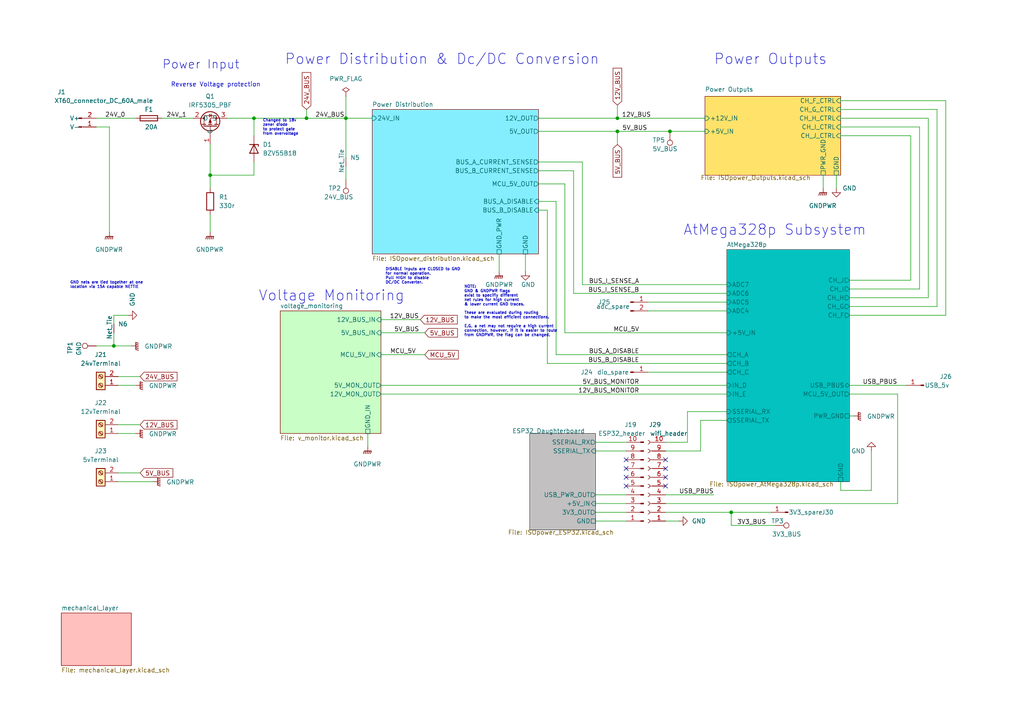
<source format=kicad_sch>
(kicad_sch (version 20211123) (generator eeschema)
  (paper "A4")
  (lib_symbols
    (symbol "000_Connectors_Immo:XT60_connector_DC_60A_male" (pin_names (offset 1.016))
      (property "Reference" "J?" (at 1.27 6.35 0))
      (property "Value" "XT60_connector_DC_60A_male" (at 8.89 3.81 0))
      (symbol "XT60_connector_DC_60A_male_1_1"
        (polyline (pts (xy 1.27 -2.54) (xy 0.8636 -2.54)) (stroke (width 0.1524)))
        (polyline (pts (xy 1.27 0) (xy 0.8636 0)) (stroke (width 0.1524)))
        (rectangle (start 0.8636 -2.413) (end 0 -2.667) (stroke (width 0.1524)) (fill (type outline)))
        (rectangle (start 0.8636 0.127) (end 0 -0.127) (stroke (width 0.1524)) (fill (type outline)))
        (pin passive line (at 5.08 0 180) (length 3.81) (name "V-") (number "1"))
        (pin passive line (at 5.08 -2.54 180) (length 3.81) (name "V+") (number "2"))
      )
    )
    (symbol "000_MOSFET_Immo:IRF5305_PBF"
      (property "Reference" "Q?" (at 0 10.16 90))
      (property "Value" "IRF5305_PBF" (at 5.08 8.89 90))
      (symbol "IRF5305_PBF_0_1"
        (polyline (pts (xy 0.254 0) (xy -2.54 0)))
        (polyline (pts (xy 0.254 1.905) (xy 0.254 -1.905)) (stroke (width 0.254)))
        (polyline (pts (xy 0.762 -1.27) (xy 0.762 -2.286)) (stroke (width 0.254)))
        (polyline (pts (xy 0.762 0.508) (xy 0.762 -0.508)) (stroke (width 0.254)))
        (polyline (pts (xy 0.762 2.286) (xy 0.762 1.27)) (stroke (width 0.254)))
        (polyline (pts (xy 2.54 2.54) (xy 2.54 1.778)))
        (polyline (pts (xy 2.54 -2.54) (xy 2.54 0) (xy 0.762 0)))
        (polyline (pts (xy 0.762 1.778) (xy 3.302 1.778) (xy 3.302 -1.778) (xy 0.762 -1.778)))
        (polyline (pts (xy 2.286 0) (xy 1.27 0.381) (xy 1.27 -0.381) (xy 2.286 0)) (fill (type outline)))
        (polyline (pts (xy 2.794 -0.508) (xy 2.921 -0.381) (xy 3.683 -0.381) (xy 3.81 -0.254)))
        (polyline (pts (xy 3.302 -0.381) (xy 2.921 0.254) (xy 3.683 0.254) (xy 3.302 -0.381)))
        (circle (center 1.651 0) (radius 2.794) (stroke (width 0.254)))
        (circle (center 2.54 -1.778) (radius 0.254) (fill (type outline)))
        (circle (center 2.54 1.778) (radius 0.254) (fill (type outline)))
      )
      (symbol "IRF5305_PBF_1_1"
        (pin input line (at -5.08 0 0) (length 2.54) (name "G") (number "1"))
        (pin passive line (at 2.54 5.08 270) (length 2.54) (name "D") (number "2"))
        (pin passive line (at 2.54 -5.08 90) (length 2.54) (name "S") (number "3"))
      )
    )
    (symbol "000_Pin_Headers_Immo:Conn_01x01_Male" (pin_names (offset 1.016) hide)
      (property "Reference" "J" (at 0 2.54 0))
      (property "Value" "Conn_01x01_Male" (at 0 -2.54 0))
      (symbol "Conn_01x01_Male_1_1"
        (polyline (pts (xy 1.27 0) (xy 0.8636 0)) (stroke (width 0.1524)))
        (rectangle (start 0.8636 0.127) (end 0 -0.127) (stroke (width 0.1524)) (fill (type outline)))
        (pin passive line (at 5.08 0 180) (length 3.81) (name "Pin_1") (number "1"))
      )
    )
    (symbol "000_Pin_Headers_Immo:Conn_01x02_Male" (pin_names (offset 1.016) hide)
      (property "Reference" "J" (at 0 2.54 0))
      (property "Value" "Conn_01x02_Male" (at 0 -5.08 0))
      (symbol "Conn_01x02_Male_1_1"
        (polyline (pts (xy 1.27 -2.54) (xy 0.8636 -2.54)) (stroke (width 0.1524)))
        (polyline (pts (xy 1.27 0) (xy 0.8636 0)) (stroke (width 0.1524)))
        (rectangle (start 0.8636 -2.413) (end 0 -2.667) (stroke (width 0.1524)) (fill (type outline)))
        (rectangle (start 0.8636 0.127) (end 0 -0.127) (stroke (width 0.1524)) (fill (type outline)))
        (pin passive line (at 5.08 0 180) (length 3.81) (name "Pin_1") (number "1"))
        (pin passive line (at 5.08 -2.54 180) (length 3.81) (name "Pin_2") (number "2"))
      )
    )
    (symbol "000_Protection_Immo:Fuse" (pin_numbers hide) (pin_names (offset 0))
      (property "Reference" "F" (at 2.032 0 90))
      (property "Value" "Fuse" (at -1.905 0 90))
      (symbol "Fuse_0_1"
        (rectangle (start -0.762 -2.54) (end 0.762 2.54) (stroke (width 0.254)))
        (polyline (pts (xy 0 2.54) (xy 0 -2.54)))
      )
      (symbol "Fuse_1_1"
        (pin passive line (at 0 3.81 270) (length 1.27) (name "~") (number "1"))
        (pin passive line (at 0 -3.81 90) (length 1.27) (name "~") (number "2"))
      )
    )
    (symbol "000_Resistors_Immo:Resistor_0805" (pin_numbers hide) (pin_names (offset 0))
      (property "Reference" "R?" (at 2.54 1.2701 0))
      (property "Value" "Resistor_0805" (at 2.54 -1.2699 0))
      (symbol "Resistor_0805_0_1"
        (rectangle (start -1.016 -2.54) (end 1.016 2.54) (stroke (width 0.254)))
      )
      (symbol "Resistor_0805_1_1"
        (pin passive line (at 0 3.81 270) (length 1.27) (name "~") (number "1"))
        (pin passive line (at 0 -3.81 90) (length 1.27) (name "~") (number "2"))
      )
    )
    (symbol "000_Utility_Immo:Net_Tie" (pin_numbers hide) (pin_names (offset 0) hide) (in_bom no)
      (property "Reference" "N" (at 0 5.08 0))
      (property "Value" "Net_Tie" (at 0 2.794 0))
      (symbol "Net_Tie_1_1"
        (pin passive line (at -1.27 0 0) (length 1.27) (name "A") (number "1"))
        (pin passive line (at 1.27 0 180) (length 1.27) (name "C") (number "2"))
      )
    )
    (symbol "000_Utility_Immo:pwr_tie" (pin_numbers hide) (pin_names (offset 0) hide) (in_bom no)
      (property "Reference" "N" (at 0 5.08 0))
      (property "Value" "pwr_tie" (at 0 2.794 0))
      (symbol "pwr_tie_1_1"
        (pin passive line (at -1.27 0 0) (length 1.27) (name "A") (number "1"))
        (pin passive line (at 1.27 0 180) (length 1.27) (name "C") (number "2"))
      )
    )
    (symbol "Connector:Conn_01x10_Female" (pin_names (offset 1.016) hide)
      (property "Reference" "J" (at 0 12.7 0))
      (property "Value" "Conn_01x10_Female" (at 0 -15.24 0))
      (symbol "Conn_01x10_Female_1_1"
        (arc (start 0 -12.192) (mid -0.508 -12.7) (end 0 -13.208) (stroke (width 0.1524)))
        (arc (start 0 -9.652) (mid -0.508 -10.16) (end 0 -10.668) (stroke (width 0.1524)))
        (arc (start 0 -7.112) (mid -0.508 -7.62) (end 0 -8.128) (stroke (width 0.1524)))
        (arc (start 0 -4.572) (mid -0.508 -5.08) (end 0 -5.588) (stroke (width 0.1524)))
        (arc (start 0 -2.032) (mid -0.508 -2.54) (end 0 -3.048) (stroke (width 0.1524)))
        (polyline (pts (xy -1.27 -12.7) (xy -0.508 -12.7)) (stroke (width 0.1524)))
        (polyline (pts (xy -1.27 -10.16) (xy -0.508 -10.16)) (stroke (width 0.1524)))
        (polyline (pts (xy -1.27 -7.62) (xy -0.508 -7.62)) (stroke (width 0.1524)))
        (polyline (pts (xy -1.27 -5.08) (xy -0.508 -5.08)) (stroke (width 0.1524)))
        (polyline (pts (xy -1.27 -2.54) (xy -0.508 -2.54)) (stroke (width 0.1524)))
        (polyline (pts (xy -1.27 0) (xy -0.508 0)) (stroke (width 0.1524)))
        (polyline (pts (xy -1.27 2.54) (xy -0.508 2.54)) (stroke (width 0.1524)))
        (polyline (pts (xy -1.27 5.08) (xy -0.508 5.08)) (stroke (width 0.1524)))
        (polyline (pts (xy -1.27 7.62) (xy -0.508 7.62)) (stroke (width 0.1524)))
        (polyline (pts (xy -1.27 10.16) (xy -0.508 10.16)) (stroke (width 0.1524)))
        (arc (start 0 0.508) (mid -0.508 0) (end 0 -0.508) (stroke (width 0.1524)))
        (arc (start 0 3.048) (mid -0.508 2.54) (end 0 2.032) (stroke (width 0.1524)))
        (arc (start 0 5.588) (mid -0.508 5.08) (end 0 4.572) (stroke (width 0.1524)))
        (arc (start 0 8.128) (mid -0.508 7.62) (end 0 7.112) (stroke (width 0.1524)))
        (arc (start 0 10.668) (mid -0.508 10.16) (end 0 9.652) (stroke (width 0.1524)))
        (pin passive line (at -5.08 10.16 0) (length 3.81) (name "Pin_1") (number "1"))
        (pin passive line (at -5.08 -12.7 0) (length 3.81) (name "Pin_10") (number "10"))
        (pin passive line (at -5.08 7.62 0) (length 3.81) (name "Pin_2") (number "2"))
        (pin passive line (at -5.08 5.08 0) (length 3.81) (name "Pin_3") (number "3"))
        (pin passive line (at -5.08 2.54 0) (length 3.81) (name "Pin_4") (number "4"))
        (pin passive line (at -5.08 0 0) (length 3.81) (name "Pin_5") (number "5"))
        (pin passive line (at -5.08 -2.54 0) (length 3.81) (name "Pin_6") (number "6"))
        (pin passive line (at -5.08 -5.08 0) (length 3.81) (name "Pin_7") (number "7"))
        (pin passive line (at -5.08 -7.62 0) (length 3.81) (name "Pin_8") (number "8"))
        (pin passive line (at -5.08 -10.16 0) (length 3.81) (name "Pin_9") (number "9"))
      )
    )
    (symbol "Connector:Conn_01x10_Male" (pin_names (offset 1.016) hide)
      (property "Reference" "J" (at 0 12.7 0))
      (property "Value" "Conn_01x10_Male" (at 0 -15.24 0))
      (symbol "Conn_01x10_Male_1_1"
        (polyline (pts (xy 1.27 -12.7) (xy 0.8636 -12.7)) (stroke (width 0.1524)))
        (polyline (pts (xy 1.27 -10.16) (xy 0.8636 -10.16)) (stroke (width 0.1524)))
        (polyline (pts (xy 1.27 -7.62) (xy 0.8636 -7.62)) (stroke (width 0.1524)))
        (polyline (pts (xy 1.27 -5.08) (xy 0.8636 -5.08)) (stroke (width 0.1524)))
        (polyline (pts (xy 1.27 -2.54) (xy 0.8636 -2.54)) (stroke (width 0.1524)))
        (polyline (pts (xy 1.27 0) (xy 0.8636 0)) (stroke (width 0.1524)))
        (polyline (pts (xy 1.27 2.54) (xy 0.8636 2.54)) (stroke (width 0.1524)))
        (polyline (pts (xy 1.27 5.08) (xy 0.8636 5.08)) (stroke (width 0.1524)))
        (polyline (pts (xy 1.27 7.62) (xy 0.8636 7.62)) (stroke (width 0.1524)))
        (polyline (pts (xy 1.27 10.16) (xy 0.8636 10.16)) (stroke (width 0.1524)))
        (rectangle (start 0.8636 -12.573) (end 0 -12.827) (stroke (width 0.1524)) (fill (type outline)))
        (rectangle (start 0.8636 -10.033) (end 0 -10.287) (stroke (width 0.1524)) (fill (type outline)))
        (rectangle (start 0.8636 -7.493) (end 0 -7.747) (stroke (width 0.1524)) (fill (type outline)))
        (rectangle (start 0.8636 -4.953) (end 0 -5.207) (stroke (width 0.1524)) (fill (type outline)))
        (rectangle (start 0.8636 -2.413) (end 0 -2.667) (stroke (width 0.1524)) (fill (type outline)))
        (rectangle (start 0.8636 0.127) (end 0 -0.127) (stroke (width 0.1524)) (fill (type outline)))
        (rectangle (start 0.8636 2.667) (end 0 2.413) (stroke (width 0.1524)) (fill (type outline)))
        (rectangle (start 0.8636 5.207) (end 0 4.953) (stroke (width 0.1524)) (fill (type outline)))
        (rectangle (start 0.8636 7.747) (end 0 7.493) (stroke (width 0.1524)) (fill (type outline)))
        (rectangle (start 0.8636 10.287) (end 0 10.033) (stroke (width 0.1524)) (fill (type outline)))
        (pin passive line (at 5.08 10.16 180) (length 3.81) (name "Pin_1") (number "1"))
        (pin passive line (at 5.08 -12.7 180) (length 3.81) (name "Pin_10") (number "10"))
        (pin passive line (at 5.08 7.62 180) (length 3.81) (name "Pin_2") (number "2"))
        (pin passive line (at 5.08 5.08 180) (length 3.81) (name "Pin_3") (number "3"))
        (pin passive line (at 5.08 2.54 180) (length 3.81) (name "Pin_4") (number "4"))
        (pin passive line (at 5.08 0 180) (length 3.81) (name "Pin_5") (number "5"))
        (pin passive line (at 5.08 -2.54 180) (length 3.81) (name "Pin_6") (number "6"))
        (pin passive line (at 5.08 -5.08 180) (length 3.81) (name "Pin_7") (number "7"))
        (pin passive line (at 5.08 -7.62 180) (length 3.81) (name "Pin_8") (number "8"))
        (pin passive line (at 5.08 -10.16 180) (length 3.81) (name "Pin_9") (number "9"))
      )
    )
    (symbol "Connector:Screw_Terminal_01x02" (pin_names (offset 1.016) hide)
      (property "Reference" "J" (at 0 2.54 0))
      (property "Value" "Screw_Terminal_01x02" (at 0 -5.08 0))
      (symbol "Screw_Terminal_01x02_1_1"
        (rectangle (start -1.27 1.27) (end 1.27 -3.81) (stroke (width 0.254)) (fill (type background)))
        (circle (center 0 -2.54) (radius 0.635) (stroke (width 0.1524)))
        (polyline (pts (xy -0.5334 -2.2098) (xy 0.3302 -3.048)) (stroke (width 0.1524)))
        (polyline (pts (xy -0.5334 0.3302) (xy 0.3302 -0.508)) (stroke (width 0.1524)))
        (polyline (pts (xy -0.3556 -2.032) (xy 0.508 -2.8702)) (stroke (width 0.1524)))
        (polyline (pts (xy -0.3556 0.508) (xy 0.508 -0.3302)) (stroke (width 0.1524)))
        (circle (center 0 0) (radius 0.635) (stroke (width 0.1524)))
        (pin passive line (at -5.08 0 0) (length 3.81) (name "Pin_1") (number "1"))
        (pin passive line (at -5.08 -2.54 0) (length 3.81) (name "Pin_2") (number "2"))
      )
    )
    (symbol "Connector:TestPoint" (pin_numbers hide) (pin_names (offset 0.762) hide)
      (property "Reference" "TP" (at 0 6.858 0))
      (property "Value" "TestPoint" (at 0 5.08 0))
      (symbol "TestPoint_0_1"
        (circle (center 0 3.302) (radius 0.762))
      )
      (symbol "TestPoint_1_1"
        (pin passive line (at 0 0 90) (length 2.54) (name "1") (number "1"))
      )
    )
    (symbol "Diode:BZV55B18" (pin_numbers hide) (pin_names (offset 1.016) hide)
      (property "Reference" "D" (at 0 2.54 0))
      (property "Value" "BZV55B18" (at 0 -2.54 0))
      (symbol "BZV55B18_0_1"
        (polyline (pts (xy 1.27 0) (xy -1.27 0)))
        (polyline (pts (xy -1.27 -1.27) (xy -1.27 1.27) (xy -0.762 1.27)) (stroke (width 0.254)))
        (polyline (pts (xy 1.27 -1.27) (xy 1.27 1.27) (xy -1.27 0) (xy 1.27 -1.27)) (stroke (width 0.254)))
      )
      (symbol "BZV55B18_1_1"
        (pin passive line (at -3.81 0 0) (length 2.54) (name "K") (number "1"))
        (pin passive line (at 3.81 0 180) (length 2.54) (name "A") (number "2"))
      )
    )
    (symbol "power:GND" (power) (pin_names (offset 0))
      (property "Value" "GND" (at 0 -3.81 0))
      (symbol "GND_0_1"
        (polyline (pts (xy 0 0) (xy 0 -1.27) (xy 1.27 -1.27) (xy 0 -2.54) (xy -1.27 -1.27) (xy 0 -1.27)))
      )
      (symbol "GND_1_1"
        (pin power_in line (at 0 0 270) (length 0) hide (name "GND") (number "1"))
      )
    )
    (symbol "power:GNDPWR" (power) (pin_names (offset 0))
      (property "Value" "GNDPWR" (at 0 -3.302 0))
      (symbol "GNDPWR_0_1"
        (polyline (pts (xy 0 -1.27) (xy 0 0)))
        (polyline (pts (xy -1.016 -1.27) (xy -1.27 -2.032) (xy -1.27 -2.032)) (stroke (width 0.2032)))
        (polyline (pts (xy -0.508 -1.27) (xy -0.762 -2.032) (xy -0.762 -2.032)) (stroke (width 0.2032)))
        (polyline (pts (xy 0 -1.27) (xy -0.254 -2.032) (xy -0.254 -2.032)) (stroke (width 0.2032)))
        (polyline (pts (xy 0.508 -1.27) (xy 0.254 -2.032) (xy 0.254 -2.032)) (stroke (width 0.2032)))
        (polyline (pts (xy 1.016 -1.27) (xy -1.016 -1.27) (xy -1.016 -1.27)) (stroke (width 0.2032)))
        (polyline (pts (xy 1.016 -1.27) (xy 0.762 -2.032) (xy 0.762 -2.032) (xy 0.762 -2.032)) (stroke (width 0.2032)))
      )
      (symbol "GNDPWR_1_1"
        (pin power_in line (at 0 0 270) (length 0) hide (name "GNDPWR") (number "1"))
      )
    )
    (symbol "power:PWR_FLAG" (power) (pin_numbers hide) (pin_names (offset 0) hide)
      (property "Value" "PWR_FLAG" (at 0 3.81 0))
      (symbol "PWR_FLAG_0_0"
        (pin power_out line (at 0 0 90) (length 0) (name "pwr") (number "1"))
      )
      (symbol "PWR_FLAG_0_1"
        (polyline (pts (xy 0 0) (xy 0 1.27) (xy -1.016 1.905) (xy 0 2.54) (xy 1.016 1.905) (xy 0 1.27)))
      )
    )
  )
  (junction (at 100.33 34.29))
  (junction (at 179.07 38.1))
  (junction (at 33.02 100.33))
  (junction (at 60.96 50.8))
  (junction (at 194.31 38.1))
  (junction (at 212.09 148.59))
  (junction (at 179.07 34.29))
  (junction (at 73.66 34.29))
  (junction (at 88.9 34.29))
  (no_connect (at 181.61 133.35))
  (no_connect (at 181.61 135.89))
  (no_connect (at 181.61 138.43))
  (no_connect (at 181.61 140.97))
  (no_connect (at 193.04 135.89))
  (no_connect (at 193.04 133.35))
  (no_connect (at 193.04 138.43))
  (no_connect (at 193.04 140.97))
  (wire (pts (xy 100.33 27.94) (xy 100.33 34.29)))
  (wire (pts (xy 260.35 114.3) (xy 260.35 146.05)))
  (wire (pts (xy 161.29 102.87) (xy 210.82 102.87)))
  (wire (pts (xy 88.9 31.75) (xy 88.9 34.29)))
  (wire (pts (xy 46.99 34.29) (xy 55.88 34.29)))
  (wire (pts (xy 144.78 73.66) (xy 144.78 78.74)))
  (wire (pts (xy 246.38 111.76) (xy 262.89 111.76)))
  (wire (pts (xy 271.78 31.75) (xy 271.78 88.9)))
  (wire (pts (xy 110.49 114.3) (xy 210.82 114.3)))
  (wire (pts (xy 243.84 29.21) (xy 274.32 29.21)))
  (wire (pts (xy 193.04 146.05) (xy 260.35 146.05)))
  (wire (pts (xy 246.38 114.3) (xy 260.35 114.3)))
  (wire (pts (xy 39.37 125.73) (xy 34.29 125.73)))
  (wire (pts (xy 187.96 87.63) (xy 210.82 87.63)))
  (wire (pts (xy 110.49 111.76) (xy 210.82 111.76)))
  (wire (pts (xy 34.29 139.7) (xy 44.45 139.7)))
  (wire (pts (xy 203.2 130.81) (xy 203.2 121.92)))
  (wire (pts (xy 34.29 123.19) (xy 40.64 123.19)))
  (wire (pts (xy 100.33 48.26) (xy 100.33 52.07)))
  (wire (pts (xy 194.31 38.1) (xy 204.47 38.1)))
  (wire (pts (xy 243.84 142.24) (xy 243.84 139.7)))
  (wire (pts (xy 27.94 36.83) (xy 31.75 36.83)))
  (wire (pts (xy 252.73 130.81) (xy 252.73 142.24)))
  (wire (pts (xy 73.66 46.99) (xy 73.66 50.8)))
  (wire (pts (xy 179.07 34.29) (xy 204.47 34.29)))
  (wire (pts (xy 203.2 121.92) (xy 210.82 121.92)))
  (wire (pts (xy 269.24 86.36) (xy 269.24 34.29)))
  (wire (pts (xy 110.49 92.71) (xy 121.92 92.71)))
  (wire (pts (xy 66.04 34.29) (xy 73.66 34.29)))
  (wire (pts (xy 212.09 148.59) (xy 223.52 148.59)))
  (wire (pts (xy 161.29 102.87) (xy 161.29 58.42)))
  (wire (pts (xy 179.07 38.1) (xy 179.07 41.91)))
  (wire (pts (xy 38.1 100.33) (xy 33.02 100.33)))
  (wire (pts (xy 156.21 49.53) (xy 166.37 49.53)))
  (wire (pts (xy 27.94 100.33) (xy 33.02 100.33)))
  (wire (pts (xy 60.96 62.23) (xy 60.96 67.31)))
  (wire (pts (xy 163.83 53.34) (xy 163.83 96.52)))
  (wire (pts (xy 246.38 83.82) (xy 266.7 83.82)))
  (wire (pts (xy 193.04 130.81) (xy 203.2 130.81)))
  (wire (pts (xy 34.29 109.22) (xy 40.64 109.22)))
  (wire (pts (xy 158.75 105.41) (xy 158.75 60.96)))
  (wire (pts (xy 243.84 142.24) (xy 252.73 142.24)))
  (wire (pts (xy 193.04 148.59) (xy 212.09 148.59)))
  (wire (pts (xy 187.96 107.95) (xy 210.82 107.95)))
  (wire (pts (xy 100.33 34.29) (xy 100.33 45.72)))
  (wire (pts (xy 88.9 34.29) (xy 100.33 34.29)))
  (wire (pts (xy 60.96 50.8) (xy 60.96 54.61)))
  (wire (pts (xy 73.66 34.29) (xy 88.9 34.29)))
  (wire (pts (xy 33.02 91.44) (xy 37.1382 91.44)))
  (wire (pts (xy 187.96 90.17) (xy 210.82 90.17)))
  (wire (pts (xy 27.94 34.29) (xy 39.37 34.29)))
  (wire (pts (xy 266.7 36.83) (xy 243.84 36.83)))
  (wire (pts (xy 193.04 143.51) (xy 207.01 143.51)))
  (wire (pts (xy 156.21 46.99) (xy 168.91 46.99)))
  (wire (pts (xy 31.75 36.83) (xy 31.75 67.31)))
  (wire (pts (xy 156.21 38.1) (xy 179.07 38.1)))
  (wire (pts (xy 172.72 151.13) (xy 181.61 151.13)))
  (wire (pts (xy 246.38 88.9) (xy 271.78 88.9)))
  (wire (pts (xy 199.39 128.27) (xy 199.39 119.38)))
  (wire (pts (xy 264.16 81.28) (xy 264.16 39.37)))
  (wire (pts (xy 110.49 102.87) (xy 123.19 102.87)))
  (wire (pts (xy 199.39 119.38) (xy 210.82 119.38)))
  (wire (pts (xy 156.21 34.29) (xy 179.07 34.29)))
  (wire (pts (xy 60.96 41.91) (xy 60.96 50.8)))
  (wire (pts (xy 152.4 73.66) (xy 152.4 78.74)))
  (wire (pts (xy 266.7 36.83) (xy 266.7 83.82)))
  (wire (pts (xy 246.38 81.28) (xy 264.16 81.28)))
  (wire (pts (xy 224.79 152.4) (xy 212.09 152.4)))
  (wire (pts (xy 172.72 148.59) (xy 181.61 148.59)))
  (wire (pts (xy 158.75 60.96) (xy 156.21 60.96)))
  (wire (pts (xy 156.21 53.34) (xy 163.83 53.34)))
  (wire (pts (xy 33.02 93.98) (xy 33.02 91.44)))
  (wire (pts (xy 172.72 128.27) (xy 181.61 128.27)))
  (wire (pts (xy 274.32 29.21) (xy 274.32 91.44)))
  (wire (pts (xy 246.38 120.65) (xy 247.65 120.65)))
  (wire (pts (xy 193.04 151.13) (xy 196.85 151.13)))
  (wire (pts (xy 179.07 34.29) (xy 179.07 30.48)))
  (wire (pts (xy 34.29 137.16) (xy 40.64 137.16)))
  (wire (pts (xy 33.02 96.52) (xy 33.02 100.33)))
  (wire (pts (xy 243.84 34.29) (xy 269.24 34.29)))
  (wire (pts (xy 163.83 96.52) (xy 210.82 96.52)))
  (wire (pts (xy 100.33 34.29) (xy 107.95 34.29)))
  (wire (pts (xy 172.72 146.05) (xy 181.61 146.05)))
  (wire (pts (xy 168.91 82.55) (xy 168.91 46.99)))
  (wire (pts (xy 158.75 105.41) (xy 210.82 105.41)))
  (wire (pts (xy 264.16 39.37) (xy 243.84 39.37)))
  (wire (pts (xy 166.37 85.09) (xy 166.37 49.53)))
  (wire (pts (xy 73.66 50.8) (xy 60.96 50.8)))
  (wire (pts (xy 193.04 128.27) (xy 199.39 128.27)))
  (wire (pts (xy 271.78 31.75) (xy 243.84 31.75)))
  (wire (pts (xy 242.57 54.61) (xy 242.57 50.8)))
  (wire (pts (xy 172.72 130.81) (xy 181.61 130.81)))
  (wire (pts (xy 179.07 38.1) (xy 194.31 38.1)))
  (wire (pts (xy 106.68 125.73) (xy 106.68 129.54)))
  (wire (pts (xy 172.72 143.51) (xy 181.61 143.51)))
  (wire (pts (xy 39.37 111.76) (xy 34.29 111.76)))
  (wire (pts (xy 212.09 148.59) (xy 212.09 152.4)))
  (wire (pts (xy 73.66 34.29) (xy 73.66 39.37)))
  (wire (pts (xy 166.37 85.09) (xy 210.82 85.09)))
  (wire (pts (xy 238.76 50.8) (xy 238.76 54.61)))
  (wire (pts (xy 168.91 82.55) (xy 210.82 82.55)))
  (wire (pts (xy 246.38 86.36) (xy 269.24 86.36)))
  (wire (pts (xy 156.21 58.42) (xy 161.29 58.42)))
  (wire (pts (xy 246.38 91.44) (xy 274.32 91.44)))
  (wire (pts (xy 110.49 96.52) (xy 123.19 96.52)))
  (text "Power Outputs" (at 207.01 19.05 0) (effects (font (size 3 3)) (justify left bottom)))
  (text "Reverse Voltage protection" (at 49.53 25.4 0) (effects (font (size 1.27 1.27)) (justify left bottom)))
  (text "AtMega328p Subsystem" (at 198.12 68.58 0) (effects (font (size 3 3)) (justify left bottom)))
  (text "Power Distribution & Dc/DC Conversion" (at 82.55 19.05 0) (effects (font (size 3 3)) (justify left bottom)))
  (text "Power Input" (at 46.99 20.32 0) (effects (font (size 2.5 2.5)) (justify left bottom)))
  (text "Voltage Monitoring" (at 74.93 87.63 0) (effects (font (size 3 3)) (justify left bottom)))
  (text "DISABLE inputs are CLOSED to GND\nfor normal operation.\nPull HIGH to disable\nDC/DC Converter.\n\n" (at 111.76 83.82 0) (effects (font (size 0.8 0.8)) (justify left bottom)))
  (text "NOTE:\nGND & GNDPWR flags\nexist to specifiy different \nnet rules for high current\n& lower current GND traces.\n" (at 134.62 88.9 0) (effects (font (size 0.8 0.8)) (justify left bottom)))
  (text "Changed to 18v\nzener diode\nto protect gate\nfrom overvoltage" (at 76.2 39.37 0) (effects (font (size 0.8 0.8)) (justify left bottom)))
  (text "These are evaluated during routing\nto make the most efficient connections.\n\nE.G, a net may not require a high current\nconnection, however, if it is easier to route \nfrom GNDPWR, the flag can be changed." (at 134.62 97.79 0) (effects (font (size 0.8 0.8)) (justify left bottom)))
  (text "GND nets are tied together at one\nlocation via 15A capable NETTIE" (at 20.32 83.82 0) (effects (font (size 0.8 0.8)) (justify left bottom)))
  (label "12V_BUS" (at 180.34 34.29 0))
  (label "USB_PBUS" (at 207.01 143.51 180))
  (label "5V_BUS" (at 114.3 96.52 0))
  (label "BUS_B_DISABLE" (at 185.42 105.41 180))
  (label "24V_BUS" (at 91.44 34.29 0))
  (label "5V_BUS" (at 180.4597 38.1 0))
  (label "24V_1" (at 48.26 34.29 0))
  (label "USB_PBUS" (at 250.19 111.76 0))
  (label "24V_0" (at 30.48 34.29 0))
  (label "BUS_I_SENSE_B" (at 185.42 85.09 180))
  (label "MCU_5V" (at 120.65 102.87 180))
  (label "12V_BUS" (at 113.03 92.71 0))
  (label "BUS_A_DISABLE" (at 185.42 102.87 180))
  (label "12V_BUS_MONITOR" (at 185.42 114.3 180))
  (label "5V_BUS_MONITOR" (at 185.42 111.76 180))
  (label "MCU_5V" (at 185.42 96.52 180))
  (label "3V3_BUS" (at 222.25 152.4 180))
  (label "BUS_I_SENSE_A" (at 185.42 82.55 180))
  (global_label "24V_BUS" (shape input) (at 88.9 31.75 90) (property "Intersheet References" "${INTERSHEET_REFS}" (effects hide)))
  (global_label "12V_BUS" (shape input) (at 179.07 30.48 90) (property "Intersheet References" "${INTERSHEET_REFS}" (effects hide)))
  (global_label "MCU_5V" (shape input) (at 123.19 102.87 0) (property "Intersheet References" "${INTERSHEET_REFS}" (effects hide)))
  (global_label "5V_BUS" (shape input) (at 40.64 137.16 0) (property "Intersheet References" "${INTERSHEET_REFS}" (effects hide)))
  (global_label "12V_BUS" (shape input) (at 121.92 92.71 0) (property "Intersheet References" "${INTERSHEET_REFS}" (effects hide)))
  (global_label "12V_BUS" (shape input) (at 40.64 123.19 0) (property "Intersheet References" "${INTERSHEET_REFS}" (effects hide)))
  (global_label "24V_BUS" (shape input) (at 40.64 109.22 0) (property "Intersheet References" "${INTERSHEET_REFS}" (effects hide)))
  (global_label "5V_BUS" (shape input) (at 123.19 96.52 0) (property "Intersheet References" "${INTERSHEET_REFS}" (effects hide)))
  (global_label "5V_BUS" (shape input) (at 179.07 41.91 270) (property "Intersheet References" "${INTERSHEET_REFS}" (effects hide)))
  (symbol (lib_id "Connector:TestPoint") (at 100.33 52.07 180) (unit 1)
    (property "Reference" "TP2" (at 95.25 54.61 0) (effects (justify right)))
    (property "Value" "24V_BUS" (at 93.98 57.15 0) (effects (justify right)))
    (property "Footprint" "TestPoint:TestPoint_Pad_D1.5mm" (effects hide))
  )
  (symbol (lib_id "Connector:Screw_Terminal_01x02") (at 29.21 111.76 180) (unit 1)
    (property "Reference" "J21" (at 29.21 102.87 0))
    (property "Value" "24vTerminal" (at 29.21 105.41 0))
    (property "Footprint" "TerminalBlock:TerminalBlock_Altech_AK300-2_P5.00mm" (effects hide))
  )
  (symbol (lib_id "power:GNDPWR") (at 60.96 67.31 0) (unit 1)
    (property "Reference" "#PWR0101" (effects hide))
    (property "Value" "GNDPWR" (at 60.833 72.39 0))
  )
  (symbol (lib_id "Connector:Screw_Terminal_01x02") (at 29.21 139.7 180) (unit 1)
    (property "Reference" "J23" (at 29.21 130.81 0))
    (property "Value" "5vTerminal" (at 29.21 133.35 0))
    (property "Footprint" "TerminalBlock:TerminalBlock_Altech_AK300-2_P5.00mm" (effects hide))
  )
  (symbol (lib_id "000_Protection_Immo:Fuse") (at 43.18 34.29 90) (unit 1)
    (property "Reference" "F1" (at 44.45 31.75 90) (effects (justify left)))
    (property "Value" "20A" (at 45.72 36.83 90) (effects (justify left)))
    (property "Footprint" "Fuse:Fuseholder_Cylinder-5x20mm_Stelvio-Kontek_PTF78_Horizontal_Open" (effects hide))
  )
  (symbol (lib_id "power:GND") (at 152.4 78.74 0) (unit 1)
    (property "Reference" "#PWR0115" (effects hide))
    (property "Value" "GND" (at 151.13 82.55 0) (effects (justify left)))
  )
  (symbol (lib_id "power:PWR_FLAG") (at 100.33 27.94 0) (unit 1)
    (property "Reference" "#FLG01" (effects hide))
    (property "Value" "PWR_FLAG" (at 100.33 22.86 0))
  )
  (symbol (lib_id "000_Pin_Headers_Immo:Conn_01x01_Male") (at 267.97 111.76 180) (unit 1)
    (property "Reference" "J26" (at 274.32 109.22 0))
    (property "Value" "USB_5v" (at 271.78 111.76 0))
    (property "Footprint" "Connector_PinHeader_1.27mm:PinHeader_1x01_P1.27mm_Vertical" (effects hide))
  )
  (symbol (lib_id "power:GNDPWR") (at 38.1 100.33 90) (unit 1)
    (property "Reference" "#PWR0110" (effects hide))
    (property "Value" "GNDPWR" (at 41.91 100.4569 90) (effects (justify right)))
  )
  (symbol (lib_id "Connector:TestPoint") (at 224.79 152.4 270) (unit 1)
    (property "Reference" "TP3" (at 227.33 151.13 90) (effects (justify right)))
    (property "Value" "3V3_BUS" (at 232.41 154.94 90) (effects (justify right)))
    (property "Footprint" "TestPoint:TestPoint_Pad_D1.5mm" (effects hide))
  )
  (symbol (lib_id "000_Pin_Headers_Immo:Conn_01x02_Male") (at 182.88 87.63 0) (unit 1)
    (property "Reference" "J25" (at 175.26 87.63 0))
    (property "Value" "adc_spare" (at 177.8 88.9 0))
    (property "Footprint" "Connector_PinHeader_1.27mm:PinHeader_1x02_P1.27mm_Vertical" (effects hide))
  )
  (symbol (lib_id "Connector:Conn_01x10_Male") (at 186.69 140.97 180) (unit 1)
    (property "Reference" "J19" (at 182.88 123.19 0))
    (property "Value" "ESP32_header" (at 180.34 125.73 0))
    (property "Footprint" "Connector_PinHeader_1.27mm:PinHeader_1x10_P1.27mm_Vertical" (effects hide))
  )
  (symbol (lib_id "000_Connectors_Immo:XT60_connector_DC_60A_male") (at 22.86 36.83 0) (mirror x) (unit 1)
    (property "Reference" "J1" (at 19.05 26.67 0) (effects (justify right)))
    (property "Value" "XT60_connector_DC_60A_male" (at 44.45 29.21 0) (effects (justify right)))
    (property "Footprint" "Connector_AMASS:AMASS_XT60PW-M" (effects hide))
  )
  (symbol (lib_id "000_Utility_Immo:pwr_tie") (at 33.02 95.25 90) (unit 1) (in_bom no)
    (property "Reference" "N6" (at 34.29 93.9799 90) (effects (justify right)))
    (property "Value" "Net_Tie" (at 31.75 91.44 0) (effects (justify right)))
    (property "Footprint" "NetTie:NetTie-8-15A_1oz_2oz" (effects hide))
  )
  (symbol (lib_id "power:GNDPWR") (at 31.75 67.31 0) (unit 1)
    (property "Reference" "#PWR0107" (effects hide))
    (property "Value" "GNDPWR" (at 31.623 72.39 0))
  )
  (symbol (lib_id "power:GNDPWR") (at 39.37 125.73 90) (unit 1)
    (property "Reference" "#PWR0112" (effects hide))
    (property "Value" "GNDPWR" (at 43.18 125.8569 90) (effects (justify right)))
  )
  (symbol (lib_id "power:GNDPWR") (at 44.45 139.7 90) (unit 1)
    (property "Reference" "#PWR0113" (effects hide))
    (property "Value" "GNDPWR" (at 48.26 139.8269 90) (effects (justify right)))
  )
  (symbol (lib_id "power:GNDPWR") (at 144.78 78.74 0) (unit 1)
    (property "Reference" "#PWR0109" (effects hide))
    (property "Value" "GNDPWR" (at 144.78 82.55 0))
  )
  (symbol (lib_id "000_Pin_Headers_Immo:Conn_01x01_Male") (at 228.6 148.59 180) (unit 1)
    (property "Reference" "J30" (at 240.03 148.59 0))
    (property "Value" "3V3_spare" (at 233.68 148.59 0))
    (property "Footprint" "Connector_PinHeader_1.27mm:PinHeader_1x01_P1.27mm_Vertical" (effects hide))
  )
  (symbol (lib_id "power:GND") (at 242.57 54.61 0) (unit 1)
    (property "Reference" "#PWR0102" (effects hide))
    (property "Value" "GND" (at 246.38 54.61 0))
  )
  (symbol (lib_id "000_Utility_Immo:Net_Tie") (at 100.33 46.99 90) (unit 1) (in_bom no)
    (property "Reference" "N5" (at 101.6 45.7199 90) (effects (justify right)))
    (property "Value" "Net_Tie" (at 99.06 43.18 0) (effects (justify right)))
    (property "Footprint" "NetTie:NetTie-2_SMD_Pad0.5mm" (effects hide))
  )
  (symbol (lib_id "power:GNDPWR") (at 106.68 129.54 0) (unit 1)
    (property "Reference" "#PWR0114" (effects hide))
    (property "Value" "GNDPWR" (at 106.553 134.62 0))
  )
  (symbol (lib_id "000_MOSFET_Immo:IRF5305_PBF") (at 60.96 36.83 90) (unit 1)
    (property "Reference" "Q1" (at 60.96 27.94 90))
    (property "Value" "IRF5305_PBF" (at 60.96 30.48 90))
    (property "Footprint" "Package_TO_SOT_SMD:TO-263-2" (effects hide))
    (property "Datasheet" "http://www.infineon.com/dgdl/irf4905.pdf?fileId=5546d462533600a4015355e32165197c" (effects hide))
  )
  (symbol (lib_id "Connector:TestPoint") (at 194.31 38.1 180) (unit 1)
    (property "Reference" "TP5" (at 189.23 40.64 0) (effects (justify right)))
    (property "Value" "5V_BUS" (at 189.23 43.18 0) (effects (justify right)))
    (property "Footprint" "TestPoint:TestPoint_Pad_D1.5mm" (effects hide))
  )
  (symbol (lib_id "000_Resistors_Immo:Resistor_0805") (at 60.96 58.42 0) (unit 1)
    (property "Reference" "R1" (at 63.5 57.1499 0) (effects (justify left)))
    (property "Value" "330r" (at 63.5 59.6899 0) (effects (justify left)))
    (property "Footprint" "Resistor_SMD:R_0805_2012Metric_Pad1.20x1.40mm_HandSolder" (effects hide))
  )
  (symbol (lib_id "Connector:Conn_01x10_Female") (at 187.96 140.97 180) (unit 1)
    (property "Reference" "J29" (at 191.77 123.19 0) (effects (justify left)))
    (property "Value" "wifi_header" (at 199.39 125.73 0) (effects (justify left)))
    (property "Footprint" "Connector_PinSocket_1.27mm:PinSocket_1x10_P1.27mm_Vertical" (effects hide))
  )
  (symbol (lib_id "power:GND") (at 37.1382 91.44 90) (unit 1)
    (property "Reference" "#PWR01" (effects hide))
    (property "Value" "GND" (at 38.4081 88.9 0) (effects (justify left)))
  )
  (symbol (lib_id "power:GNDPWR") (at 247.65 120.65 90) (unit 1)
    (property "Reference" "#PWR0116" (effects hide))
    (property "Value" "GNDPWR" (at 251.46 120.7769 90) (effects (justify right)))
  )
  (symbol (lib_id "Connector:TestPoint") (at 27.94 100.33 90) (unit 1)
    (property "Reference" "TP1" (at 20.32 99.06 0) (effects (justify right)))
    (property "Value" "GND" (at 22.86 99.06 0) (effects (justify right)))
    (property "Footprint" "TestPoint:TestPoint_Pad_D1.5mm" (effects hide))
  )
  (symbol (lib_id "power:GND") (at 252.73 130.81 180) (unit 1)
    (property "Reference" "#PWR07" (effects hide))
    (property "Value" "GND" (at 248.92 130.81 0))
  )
  (symbol (lib_id "Diode:BZV55B18") (at 73.66 43.18 270) (unit 1)
    (property "Reference" "D1" (at 76.2 41.9099 90) (effects (justify left)))
    (property "Value" "BZV55B18" (at 76.2 44.4499 90) (effects (justify left)))
    (property "Footprint" "Diode_SMD:D_MiniMELF_Handsoldering" (effects hide))
    (property "Datasheet" "https://assets.nexperia.com/documents/data-sheet/BZV55_SER.pdf" (effects hide))
  )
  (symbol (lib_id "power:GNDPWR") (at 39.37 111.76 90) (unit 1)
    (property "Reference" "#PWR0111" (effects hide))
    (property "Value" "GNDPWR" (at 43.18 111.8869 90) (effects (justify right)))
  )
  (symbol (lib_id "Connector:Screw_Terminal_01x02") (at 29.21 125.73 180) (unit 1)
    (property "Reference" "J22" (at 29.21 116.84 0))
    (property "Value" "12vTerminal" (at 29.21 119.38 0))
    (property "Footprint" "TerminalBlock:TerminalBlock_Altech_AK300-2_P5.00mm" (effects hide))
  )
  (symbol (lib_id "000_Pin_Headers_Immo:Conn_01x01_Male") (at 182.88 107.95 0) (unit 1)
    (property "Reference" "J24" (at 170.18 107.95 0))
    (property "Value" "dio_spare" (at 177.8 107.95 0))
    (property "Footprint" "Connector_PinHeader_1.27mm:PinHeader_1x01_P1.27mm_Vertical" (effects hide))
  )
  (symbol (lib_id "power:GND") (at 196.85 151.13 90) (unit 1)
    (property "Reference" "#PWR08" (effects hide))
    (property "Value" "GND" (at 200.66 151.1299 90) (effects (justify right)))
  )
  (symbol (lib_id "power:GNDPWR") (at 238.76 54.61 0) (unit 1)
    (property "Reference" "#PWR0108" (effects hide))
    (property "Value" "GNDPWR" (at 238.633 59.69 0))
  )
  (sheet (at 107.95 31.75) (size 48.26 41.91) (stroke (width 0.1524)) (fill (color 132 238 255 1.0000))
    (property "Sheet name" "Power Distribution" (at 107.95 31.0384 0) (effects (justify left bottom)))
    (property "Sheet file" "ISOpower_distribution.kicad_sch" (at 107.95 74.2446 0) (effects (justify left top)))
    (pin "BUS_A_CURRENT_SENSE" output (at 156.21 46.99 0))
    (pin "BUS_B_CURRENT_SENSE" output (at 156.21 49.53 0))
    (pin "GND" passive (at 152.4 73.66 270))
    (pin "12V_OUT" output (at 156.21 34.29 0))
    (pin "5V_OUT" output (at 156.21 38.1 0))
    (pin "24V_IN" input (at 107.95 34.29 180))
    (pin "BUS_A_DISABLE" input (at 156.21 58.42 0))
    (pin "BUS_B_DISABLE" input (at 156.21 60.96 0))
    (pin "MCU_5V_OUT" output (at 156.21 53.34 0))
    (pin "GND_PWR" passive (at 144.78 73.66 270))
  )
  (sheet (at 81.28 90.17) (size 29.21 35.56) (stroke (width 0.1524)) (fill (color 64 255 51 0.2800))
    (property "Sheet name" "voltage_monitoring" (at 81.28 89.4584 0) (effects (justify left bottom)))
    (property "Sheet file" "v_monitor.kicad_sch" (at 81.28 126.3146 0) (effects (justify left top)))
    (pin "12V_MON_OUT" output (at 110.49 114.3 0))
    (pin "5V_MON_OUT" output (at 110.49 111.76 0))
    (pin "5V_BUS_IN" input (at 110.49 96.52 0))
    (pin "GND_IN" passive (at 106.68 125.73 270))
    (pin "MCU_5V_IN" input (at 110.49 102.87 0))
    (pin "12V_BUS_IN" input (at 110.49 92.71 0))
  )
  (sheet (at 17.78 177.8) (size 20.32 15.24) (stroke (width 0.1524)) (fill (color 255 13 6 0.2600))
    (property "Sheet name" "mechanical_layer" (at 17.78 177.0884 0) (effects (justify left bottom)))
    (property "Sheet file" "mechanical_layer.kicad_sch" (at 17.78 193.6246 0) (effects (justify left top)))
  )
  (sheet (at 153.67 125.73) (size 19.05 27.94) (stroke (width 0.1524) (color 54 52 53 1)) (fill (color 194 192 192 1.0000))
    (property "Sheet name" "ESP32_Daughterboard" (at 148.59 125.73 0) (effects (justify left bottom)))
    (property "Sheet file" "ISOpower_ESP32.kicad_sch" (at 147.32 153.67 0) (effects (justify left top)))
    (pin "+5V_IN" input (at 172.72 146.05 0))
    (pin "GND" passive (at 172.72 151.13 0))
    (pin "3V3_OUT" output (at 172.72 148.59 0))
    (pin "SSERIAL_RX" output (at 172.72 128.27 0))
    (pin "SSERIAL_TX" input (at 172.72 130.81 0))
    (pin "USB_PWR_OUT" output (at 172.72 143.51 0))
  )
  (sheet (at 210.82 72.39) (size 35.56 67.31) (stroke (width 0.1524) (color 54 52 53 1)) (fill (color 3 194 191 1.0000))
    (property "Sheet name" "AtMega328p" (at 210.82 71.6784 0) (effects (justify left bottom)))
    (property "Sheet file" "ISOpower_AtMega328p.kicad_sch" (at 205.74 139.7 0) (effects (justify left top)))
    (pin "+5V_IN" input (at 210.82 96.52 180))
    (pin "ADC7" input (at 210.82 82.55 180))
    (pin "ADC6" input (at 210.82 85.09 180))
    (pin "CH_B" output (at 210.82 105.41 180))
    (pin "CH_C" output (at 210.82 107.95 180))
    (pin "CH_A" output (at 210.82 102.87 180))
    (pin "GND" passive (at 243.84 139.7 270))
    (pin "ADC5" input (at 210.82 87.63 180))
    (pin "ADC4" input (at 210.82 90.17 180))
    (pin "CH_J" output (at 246.38 81.28 0))
    (pin "CH_I" output (at 246.38 83.82 0))
    (pin "CH_F" output (at 246.38 91.44 0))
    (pin "CH_G" output (at 246.38 88.9 0))
    (pin "CH_H" output (at 246.38 86.36 0))
    (pin "IN_E" input (at 210.82 114.3 180))
    (pin "IN_D" input (at 210.82 111.76 180))
    (pin "SSERIAL_TX" output (at 210.82 121.92 180))
    (pin "SSERIAL_RX" input (at 210.82 119.38 180))
    (pin "MCU_5V_OUT" output (at 246.38 114.3 0))
    (pin "USB_PBUS" bidirectional (at 246.38 111.76 0))
    (pin "PWR_GND" passive (at 246.38 120.65 0))
  )
  (sheet (at 204.47 27.94) (size 39.37 22.86) (stroke (width 0.1524)) (fill (color 255 226 105 1.0000))
    (property "Sheet name" "Power Outputs" (at 204.47 26.67 0) (effects (justify left bottom)))
    (property "Sheet file" "ISOpower_Outputs.kicad_sch" (at 203.2 50.8 0) (effects (justify left top)))
    (pin "+5V_IN" input (at 204.47 38.1 180))
    (pin "+12V_IN" input (at 204.47 34.29 180))
    (pin "GND" passive (at 242.57 50.8 270))
    (pin "CH_I_CTRL" input (at 243.84 36.83 0))
    (pin "CH_J_CTRL" input (at 243.84 39.37 0))
    (pin "CH_F_CTRL" input (at 243.84 29.21 0))
    (pin "CH_G_CTRL" input (at 243.84 31.75 0))
    (pin "CH_H_CTRL" input (at 243.84 34.29 0))
    (pin "PWR_GND" passive (at 238.76 50.8 270))
  )
)
</source>
